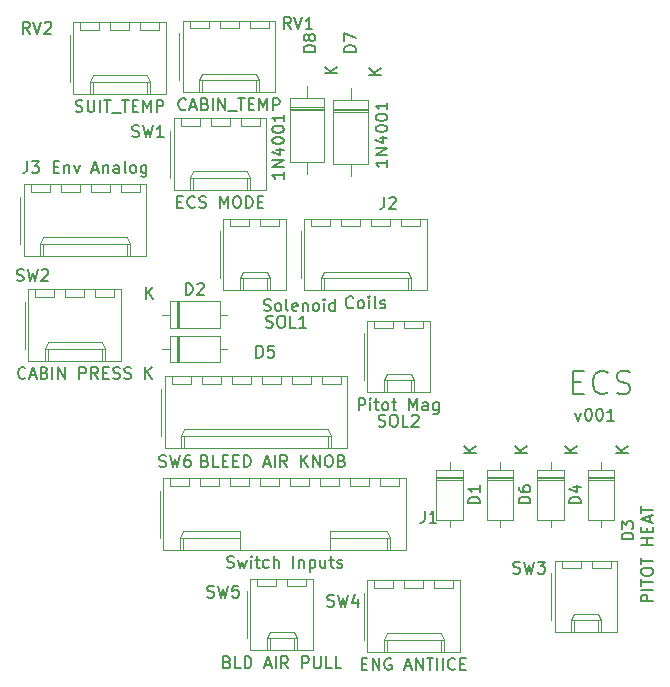
<source format=gbr>
G04 #@! TF.GenerationSoftware,KiCad,Pcbnew,(5.1.5-0-10_14)*
G04 #@! TF.CreationDate,2021-04-18T14:26:12+10:00*
G04 #@! TF.ProjectId,OH - Right Console - 2- Environmental Control System Panel,4f48202d-2052-4696-9768-7420436f6e73,rev?*
G04 #@! TF.SameCoordinates,Original*
G04 #@! TF.FileFunction,Legend,Top*
G04 #@! TF.FilePolarity,Positive*
%FSLAX46Y46*%
G04 Gerber Fmt 4.6, Leading zero omitted, Abs format (unit mm)*
G04 Created by KiCad (PCBNEW (5.1.5-0-10_14)) date 2021-04-18 14:26:12*
%MOMM*%
%LPD*%
G04 APERTURE LIST*
%ADD10C,0.150000*%
%ADD11C,0.120000*%
G04 APERTURE END LIST*
D10*
X123555333Y-129198714D02*
X123793428Y-129865380D01*
X124031523Y-129198714D01*
X124602952Y-128865380D02*
X124698190Y-128865380D01*
X124793428Y-128913000D01*
X124841047Y-128960619D01*
X124888666Y-129055857D01*
X124936285Y-129246333D01*
X124936285Y-129484428D01*
X124888666Y-129674904D01*
X124841047Y-129770142D01*
X124793428Y-129817761D01*
X124698190Y-129865380D01*
X124602952Y-129865380D01*
X124507714Y-129817761D01*
X124460095Y-129770142D01*
X124412476Y-129674904D01*
X124364857Y-129484428D01*
X124364857Y-129246333D01*
X124412476Y-129055857D01*
X124460095Y-128960619D01*
X124507714Y-128913000D01*
X124602952Y-128865380D01*
X125555333Y-128865380D02*
X125650571Y-128865380D01*
X125745809Y-128913000D01*
X125793428Y-128960619D01*
X125841047Y-129055857D01*
X125888666Y-129246333D01*
X125888666Y-129484428D01*
X125841047Y-129674904D01*
X125793428Y-129770142D01*
X125745809Y-129817761D01*
X125650571Y-129865380D01*
X125555333Y-129865380D01*
X125460095Y-129817761D01*
X125412476Y-129770142D01*
X125364857Y-129674904D01*
X125317238Y-129484428D01*
X125317238Y-129246333D01*
X125364857Y-129055857D01*
X125412476Y-128960619D01*
X125460095Y-128913000D01*
X125555333Y-128865380D01*
X126841047Y-129865380D02*
X126269619Y-129865380D01*
X126555333Y-129865380D02*
X126555333Y-128865380D01*
X126460095Y-129008238D01*
X126364857Y-129103476D01*
X126269619Y-129151095D01*
X123349047Y-126603142D02*
X124015714Y-126603142D01*
X124301428Y-127650761D02*
X123349047Y-127650761D01*
X123349047Y-125650761D01*
X124301428Y-125650761D01*
X126301428Y-127460285D02*
X126206190Y-127555523D01*
X125920476Y-127650761D01*
X125730000Y-127650761D01*
X125444285Y-127555523D01*
X125253809Y-127365047D01*
X125158571Y-127174571D01*
X125063333Y-126793619D01*
X125063333Y-126507904D01*
X125158571Y-126126952D01*
X125253809Y-125936476D01*
X125444285Y-125746000D01*
X125730000Y-125650761D01*
X125920476Y-125650761D01*
X126206190Y-125746000D01*
X126301428Y-125841238D01*
X127063333Y-127555523D02*
X127349047Y-127650761D01*
X127825238Y-127650761D01*
X128015714Y-127555523D01*
X128110952Y-127460285D01*
X128206190Y-127269809D01*
X128206190Y-127079333D01*
X128110952Y-126888857D01*
X128015714Y-126793619D01*
X127825238Y-126698380D01*
X127444285Y-126603142D01*
X127253809Y-126507904D01*
X127158571Y-126412666D01*
X127063333Y-126222190D01*
X127063333Y-126031714D01*
X127158571Y-125841238D01*
X127253809Y-125746000D01*
X127444285Y-125650761D01*
X127920476Y-125650761D01*
X128206190Y-125746000D01*
D11*
X110655000Y-122030000D02*
X110655000Y-121430000D01*
X109055000Y-122030000D02*
X110655000Y-122030000D01*
X109055000Y-121430000D02*
X109055000Y-122030000D01*
X108115000Y-122030000D02*
X108115000Y-121430000D01*
X106515000Y-122030000D02*
X108115000Y-122030000D01*
X106515000Y-121430000D02*
X106515000Y-122030000D01*
X109605000Y-127450000D02*
X109605000Y-126450000D01*
X107565000Y-127450000D02*
X107565000Y-126450000D01*
X109605000Y-125920000D02*
X109855000Y-126450000D01*
X107565000Y-125920000D02*
X109605000Y-125920000D01*
X107315000Y-126450000D02*
X107565000Y-125920000D01*
X109855000Y-126450000D02*
X109855000Y-127450000D01*
X107315000Y-126450000D02*
X109855000Y-126450000D01*
X107315000Y-127450000D02*
X107315000Y-126450000D01*
X105645000Y-122460000D02*
X105645000Y-126460000D01*
X111235000Y-121430000D02*
X105935000Y-121430000D01*
X111235000Y-127450000D02*
X111235000Y-121430000D01*
X105935000Y-127450000D02*
X111235000Y-127450000D01*
X105935000Y-121430000D02*
X105935000Y-127450000D01*
X110401000Y-113394000D02*
X110401000Y-112794000D01*
X108801000Y-113394000D02*
X110401000Y-113394000D01*
X108801000Y-112794000D02*
X108801000Y-113394000D01*
X107861000Y-113394000D02*
X107861000Y-112794000D01*
X106261000Y-113394000D02*
X107861000Y-113394000D01*
X106261000Y-112794000D02*
X106261000Y-113394000D01*
X105321000Y-113394000D02*
X105321000Y-112794000D01*
X103721000Y-113394000D02*
X105321000Y-113394000D01*
X103721000Y-112794000D02*
X103721000Y-113394000D01*
X102781000Y-113394000D02*
X102781000Y-112794000D01*
X101181000Y-113394000D02*
X102781000Y-113394000D01*
X101181000Y-112794000D02*
X101181000Y-113394000D01*
X109351000Y-118814000D02*
X109351000Y-117814000D01*
X102231000Y-118814000D02*
X102231000Y-117814000D01*
X109351000Y-117284000D02*
X109601000Y-117814000D01*
X102231000Y-117284000D02*
X109351000Y-117284000D01*
X101981000Y-117814000D02*
X102231000Y-117284000D01*
X109601000Y-117814000D02*
X109601000Y-118814000D01*
X101981000Y-117814000D02*
X109601000Y-117814000D01*
X101981000Y-118814000D02*
X101981000Y-117814000D01*
X100311000Y-113824000D02*
X100311000Y-117824000D01*
X110981000Y-112794000D02*
X100601000Y-112794000D01*
X110981000Y-118814000D02*
X110981000Y-112794000D01*
X100601000Y-118814000D02*
X110981000Y-118814000D01*
X100601000Y-112794000D02*
X100601000Y-118814000D01*
X102308000Y-103343000D02*
X99368000Y-103343000D01*
X102308000Y-103583000D02*
X99368000Y-103583000D01*
X102308000Y-103463000D02*
X99368000Y-103463000D01*
X100838000Y-109023000D02*
X100838000Y-108003000D01*
X100838000Y-101543000D02*
X100838000Y-102563000D01*
X102308000Y-108003000D02*
X102308000Y-102563000D01*
X99368000Y-108003000D02*
X102308000Y-108003000D01*
X99368000Y-102563000D02*
X99368000Y-108003000D01*
X102308000Y-102563000D02*
X99368000Y-102563000D01*
X103670000Y-126729000D02*
X103670000Y-126129000D01*
X102070000Y-126729000D02*
X103670000Y-126729000D01*
X102070000Y-126129000D02*
X102070000Y-126729000D01*
X101130000Y-126729000D02*
X101130000Y-126129000D01*
X99530000Y-126729000D02*
X101130000Y-126729000D01*
X99530000Y-126129000D02*
X99530000Y-126729000D01*
X98590000Y-126729000D02*
X98590000Y-126129000D01*
X96990000Y-126729000D02*
X98590000Y-126729000D01*
X96990000Y-126129000D02*
X96990000Y-126729000D01*
X96050000Y-126729000D02*
X96050000Y-126129000D01*
X94450000Y-126729000D02*
X96050000Y-126729000D01*
X94450000Y-126129000D02*
X94450000Y-126729000D01*
X93510000Y-126729000D02*
X93510000Y-126129000D01*
X91910000Y-126729000D02*
X93510000Y-126729000D01*
X91910000Y-126129000D02*
X91910000Y-126729000D01*
X90970000Y-126729000D02*
X90970000Y-126129000D01*
X89370000Y-126729000D02*
X90970000Y-126729000D01*
X89370000Y-126129000D02*
X89370000Y-126729000D01*
X102620000Y-132149000D02*
X102620000Y-131149000D01*
X90420000Y-132149000D02*
X90420000Y-131149000D01*
X102620000Y-130619000D02*
X102870000Y-131149000D01*
X90420000Y-130619000D02*
X102620000Y-130619000D01*
X90170000Y-131149000D02*
X90420000Y-130619000D01*
X102870000Y-131149000D02*
X102870000Y-132149000D01*
X90170000Y-131149000D02*
X102870000Y-131149000D01*
X90170000Y-132149000D02*
X90170000Y-131149000D01*
X88500000Y-127159000D02*
X88500000Y-131159000D01*
X104250000Y-126129000D02*
X88790000Y-126129000D01*
X104250000Y-132149000D02*
X104250000Y-126129000D01*
X88790000Y-132149000D02*
X104250000Y-132149000D01*
X88790000Y-126129000D02*
X88790000Y-132149000D01*
X89793000Y-122705000D02*
X89793000Y-124945000D01*
X90033000Y-122705000D02*
X90033000Y-124945000D01*
X89913000Y-122705000D02*
X89913000Y-124945000D01*
X94083000Y-123825000D02*
X93433000Y-123825000D01*
X88543000Y-123825000D02*
X89193000Y-123825000D01*
X93433000Y-122705000D02*
X89193000Y-122705000D01*
X93433000Y-124945000D02*
X93433000Y-122705000D01*
X89193000Y-124945000D02*
X93433000Y-124945000D01*
X89193000Y-122705000D02*
X89193000Y-124945000D01*
X100749000Y-143874000D02*
X100749000Y-143274000D01*
X99149000Y-143874000D02*
X100749000Y-143874000D01*
X99149000Y-143274000D02*
X99149000Y-143874000D01*
X98209000Y-143874000D02*
X98209000Y-143274000D01*
X96609000Y-143874000D02*
X98209000Y-143874000D01*
X96609000Y-143274000D02*
X96609000Y-143874000D01*
X99699000Y-149294000D02*
X99699000Y-148294000D01*
X97659000Y-149294000D02*
X97659000Y-148294000D01*
X99699000Y-147764000D02*
X99949000Y-148294000D01*
X97659000Y-147764000D02*
X99699000Y-147764000D01*
X97409000Y-148294000D02*
X97659000Y-147764000D01*
X99949000Y-148294000D02*
X99949000Y-149294000D01*
X97409000Y-148294000D02*
X99949000Y-148294000D01*
X97409000Y-149294000D02*
X97409000Y-148294000D01*
X95739000Y-144304000D02*
X95739000Y-148304000D01*
X101329000Y-143274000D02*
X96029000Y-143274000D01*
X101329000Y-149294000D02*
X101329000Y-143274000D01*
X96029000Y-149294000D02*
X101329000Y-149294000D01*
X96029000Y-143274000D02*
X96029000Y-149294000D01*
X113195000Y-144001000D02*
X113195000Y-143401000D01*
X111595000Y-144001000D02*
X113195000Y-144001000D01*
X111595000Y-143401000D02*
X111595000Y-144001000D01*
X110655000Y-144001000D02*
X110655000Y-143401000D01*
X109055000Y-144001000D02*
X110655000Y-144001000D01*
X109055000Y-143401000D02*
X109055000Y-144001000D01*
X108115000Y-144001000D02*
X108115000Y-143401000D01*
X106515000Y-144001000D02*
X108115000Y-144001000D01*
X106515000Y-143401000D02*
X106515000Y-144001000D01*
X112145000Y-149421000D02*
X112145000Y-148421000D01*
X107565000Y-149421000D02*
X107565000Y-148421000D01*
X112145000Y-147891000D02*
X112395000Y-148421000D01*
X107565000Y-147891000D02*
X112145000Y-147891000D01*
X107315000Y-148421000D02*
X107565000Y-147891000D01*
X112395000Y-148421000D02*
X112395000Y-149421000D01*
X107315000Y-148421000D02*
X112395000Y-148421000D01*
X107315000Y-149421000D02*
X107315000Y-148421000D01*
X105645000Y-144431000D02*
X105645000Y-148431000D01*
X113775000Y-143401000D02*
X105935000Y-143401000D01*
X113775000Y-149421000D02*
X113775000Y-143401000D01*
X105935000Y-149421000D02*
X113775000Y-149421000D01*
X105935000Y-143401000D02*
X105935000Y-149421000D01*
X126530000Y-142350000D02*
X126530000Y-141750000D01*
X124930000Y-142350000D02*
X126530000Y-142350000D01*
X124930000Y-141750000D02*
X124930000Y-142350000D01*
X123990000Y-142350000D02*
X123990000Y-141750000D01*
X122390000Y-142350000D02*
X123990000Y-142350000D01*
X122390000Y-141750000D02*
X122390000Y-142350000D01*
X125480000Y-147770000D02*
X125480000Y-146770000D01*
X123440000Y-147770000D02*
X123440000Y-146770000D01*
X125480000Y-146240000D02*
X125730000Y-146770000D01*
X123440000Y-146240000D02*
X125480000Y-146240000D01*
X123190000Y-146770000D02*
X123440000Y-146240000D01*
X125730000Y-146770000D02*
X125730000Y-147770000D01*
X123190000Y-146770000D02*
X125730000Y-146770000D01*
X123190000Y-147770000D02*
X123190000Y-146770000D01*
X121520000Y-142780000D02*
X121520000Y-146780000D01*
X127110000Y-141750000D02*
X121810000Y-141750000D01*
X127110000Y-147770000D02*
X127110000Y-141750000D01*
X121810000Y-147770000D02*
X127110000Y-147770000D01*
X121810000Y-141750000D02*
X121810000Y-147770000D01*
X84493000Y-119363000D02*
X84493000Y-118763000D01*
X82893000Y-119363000D02*
X84493000Y-119363000D01*
X82893000Y-118763000D02*
X82893000Y-119363000D01*
X81953000Y-119363000D02*
X81953000Y-118763000D01*
X80353000Y-119363000D02*
X81953000Y-119363000D01*
X80353000Y-118763000D02*
X80353000Y-119363000D01*
X79413000Y-119363000D02*
X79413000Y-118763000D01*
X77813000Y-119363000D02*
X79413000Y-119363000D01*
X77813000Y-118763000D02*
X77813000Y-119363000D01*
X83443000Y-124783000D02*
X83443000Y-123783000D01*
X78863000Y-124783000D02*
X78863000Y-123783000D01*
X83443000Y-123253000D02*
X83693000Y-123783000D01*
X78863000Y-123253000D02*
X83443000Y-123253000D01*
X78613000Y-123783000D02*
X78863000Y-123253000D01*
X83693000Y-123783000D02*
X83693000Y-124783000D01*
X78613000Y-123783000D02*
X83693000Y-123783000D01*
X78613000Y-124783000D02*
X78613000Y-123783000D01*
X76943000Y-119793000D02*
X76943000Y-123793000D01*
X85073000Y-118763000D02*
X77233000Y-118763000D01*
X85073000Y-124783000D02*
X85073000Y-118763000D01*
X77233000Y-124783000D02*
X85073000Y-124783000D01*
X77233000Y-118763000D02*
X77233000Y-124783000D01*
X96812000Y-104885000D02*
X96812000Y-104285000D01*
X95212000Y-104885000D02*
X96812000Y-104885000D01*
X95212000Y-104285000D02*
X95212000Y-104885000D01*
X94272000Y-104885000D02*
X94272000Y-104285000D01*
X92672000Y-104885000D02*
X94272000Y-104885000D01*
X92672000Y-104285000D02*
X92672000Y-104885000D01*
X91732000Y-104885000D02*
X91732000Y-104285000D01*
X90132000Y-104885000D02*
X91732000Y-104885000D01*
X90132000Y-104285000D02*
X90132000Y-104885000D01*
X95762000Y-110305000D02*
X95762000Y-109305000D01*
X91182000Y-110305000D02*
X91182000Y-109305000D01*
X95762000Y-108775000D02*
X96012000Y-109305000D01*
X91182000Y-108775000D02*
X95762000Y-108775000D01*
X90932000Y-109305000D02*
X91182000Y-108775000D01*
X96012000Y-109305000D02*
X96012000Y-110305000D01*
X90932000Y-109305000D02*
X96012000Y-109305000D01*
X90932000Y-110305000D02*
X90932000Y-109305000D01*
X89262000Y-105315000D02*
X89262000Y-109315000D01*
X97392000Y-104285000D02*
X89552000Y-104285000D01*
X97392000Y-110305000D02*
X97392000Y-104285000D01*
X89552000Y-110305000D02*
X97392000Y-110305000D01*
X89552000Y-104285000D02*
X89552000Y-110305000D01*
X98463000Y-113394000D02*
X98463000Y-112794000D01*
X96863000Y-113394000D02*
X98463000Y-113394000D01*
X96863000Y-112794000D02*
X96863000Y-113394000D01*
X95923000Y-113394000D02*
X95923000Y-112794000D01*
X94323000Y-113394000D02*
X95923000Y-113394000D01*
X94323000Y-112794000D02*
X94323000Y-113394000D01*
X97413000Y-118814000D02*
X97413000Y-117814000D01*
X95373000Y-118814000D02*
X95373000Y-117814000D01*
X97413000Y-117284000D02*
X97663000Y-117814000D01*
X95373000Y-117284000D02*
X97413000Y-117284000D01*
X95123000Y-117814000D02*
X95373000Y-117284000D01*
X97663000Y-117814000D02*
X97663000Y-118814000D01*
X95123000Y-117814000D02*
X97663000Y-117814000D01*
X95123000Y-118814000D02*
X95123000Y-117814000D01*
X93453000Y-113824000D02*
X93453000Y-117824000D01*
X99043000Y-112794000D02*
X93743000Y-112794000D01*
X99043000Y-118814000D02*
X99043000Y-112794000D01*
X93743000Y-118814000D02*
X99043000Y-118814000D01*
X93743000Y-112794000D02*
X93743000Y-118814000D01*
X88303000Y-96757000D02*
X88303000Y-96157000D01*
X86703000Y-96757000D02*
X88303000Y-96757000D01*
X86703000Y-96157000D02*
X86703000Y-96757000D01*
X85763000Y-96757000D02*
X85763000Y-96157000D01*
X84163000Y-96757000D02*
X85763000Y-96757000D01*
X84163000Y-96157000D02*
X84163000Y-96757000D01*
X83223000Y-96757000D02*
X83223000Y-96157000D01*
X81623000Y-96757000D02*
X83223000Y-96757000D01*
X81623000Y-96157000D02*
X81623000Y-96757000D01*
X87253000Y-102177000D02*
X87253000Y-101177000D01*
X82673000Y-102177000D02*
X82673000Y-101177000D01*
X87253000Y-100647000D02*
X87503000Y-101177000D01*
X82673000Y-100647000D02*
X87253000Y-100647000D01*
X82423000Y-101177000D02*
X82673000Y-100647000D01*
X87503000Y-101177000D02*
X87503000Y-102177000D01*
X82423000Y-101177000D02*
X87503000Y-101177000D01*
X82423000Y-102177000D02*
X82423000Y-101177000D01*
X80753000Y-97187000D02*
X80753000Y-101187000D01*
X88883000Y-96157000D02*
X81043000Y-96157000D01*
X88883000Y-102177000D02*
X88883000Y-96157000D01*
X81043000Y-102177000D02*
X88883000Y-102177000D01*
X81043000Y-96157000D02*
X81043000Y-102177000D01*
X97574000Y-96630000D02*
X97574000Y-96030000D01*
X95974000Y-96630000D02*
X97574000Y-96630000D01*
X95974000Y-96030000D02*
X95974000Y-96630000D01*
X95034000Y-96630000D02*
X95034000Y-96030000D01*
X93434000Y-96630000D02*
X95034000Y-96630000D01*
X93434000Y-96030000D02*
X93434000Y-96630000D01*
X92494000Y-96630000D02*
X92494000Y-96030000D01*
X90894000Y-96630000D02*
X92494000Y-96630000D01*
X90894000Y-96030000D02*
X90894000Y-96630000D01*
X96524000Y-102050000D02*
X96524000Y-101050000D01*
X91944000Y-102050000D02*
X91944000Y-101050000D01*
X96524000Y-100520000D02*
X96774000Y-101050000D01*
X91944000Y-100520000D02*
X96524000Y-100520000D01*
X91694000Y-101050000D02*
X91944000Y-100520000D01*
X96774000Y-101050000D02*
X96774000Y-102050000D01*
X91694000Y-101050000D02*
X96774000Y-101050000D01*
X91694000Y-102050000D02*
X91694000Y-101050000D01*
X90024000Y-97060000D02*
X90024000Y-101060000D01*
X98154000Y-96030000D02*
X90314000Y-96030000D01*
X98154000Y-102050000D02*
X98154000Y-96030000D01*
X90314000Y-102050000D02*
X98154000Y-102050000D01*
X90314000Y-96030000D02*
X90314000Y-102050000D01*
X86652000Y-110473000D02*
X86652000Y-109873000D01*
X85052000Y-110473000D02*
X86652000Y-110473000D01*
X85052000Y-109873000D02*
X85052000Y-110473000D01*
X84112000Y-110473000D02*
X84112000Y-109873000D01*
X82512000Y-110473000D02*
X84112000Y-110473000D01*
X82512000Y-109873000D02*
X82512000Y-110473000D01*
X81572000Y-110473000D02*
X81572000Y-109873000D01*
X79972000Y-110473000D02*
X81572000Y-110473000D01*
X79972000Y-109873000D02*
X79972000Y-110473000D01*
X79032000Y-110473000D02*
X79032000Y-109873000D01*
X77432000Y-110473000D02*
X79032000Y-110473000D01*
X77432000Y-109873000D02*
X77432000Y-110473000D01*
X85602000Y-115893000D02*
X85602000Y-114893000D01*
X78482000Y-115893000D02*
X78482000Y-114893000D01*
X85602000Y-114363000D02*
X85852000Y-114893000D01*
X78482000Y-114363000D02*
X85602000Y-114363000D01*
X78232000Y-114893000D02*
X78482000Y-114363000D01*
X85852000Y-114893000D02*
X85852000Y-115893000D01*
X78232000Y-114893000D02*
X85852000Y-114893000D01*
X78232000Y-115893000D02*
X78232000Y-114893000D01*
X76562000Y-110903000D02*
X76562000Y-114903000D01*
X87232000Y-109873000D02*
X76852000Y-109873000D01*
X87232000Y-115893000D02*
X87232000Y-109873000D01*
X76852000Y-115893000D02*
X87232000Y-115893000D01*
X76852000Y-109873000D02*
X76852000Y-115893000D01*
X108623000Y-135365000D02*
X108623000Y-134765000D01*
X107023000Y-135365000D02*
X108623000Y-135365000D01*
X107023000Y-134765000D02*
X107023000Y-135365000D01*
X106083000Y-135365000D02*
X106083000Y-134765000D01*
X104483000Y-135365000D02*
X106083000Y-135365000D01*
X104483000Y-134765000D02*
X104483000Y-135365000D01*
X103543000Y-135365000D02*
X103543000Y-134765000D01*
X101943000Y-135365000D02*
X103543000Y-135365000D01*
X101943000Y-134765000D02*
X101943000Y-135365000D01*
X101003000Y-135365000D02*
X101003000Y-134765000D01*
X99403000Y-135365000D02*
X101003000Y-135365000D01*
X99403000Y-134765000D02*
X99403000Y-135365000D01*
X98463000Y-135365000D02*
X98463000Y-134765000D01*
X96863000Y-135365000D02*
X98463000Y-135365000D01*
X96863000Y-134765000D02*
X96863000Y-135365000D01*
X95923000Y-135365000D02*
X95923000Y-134765000D01*
X94323000Y-135365000D02*
X95923000Y-135365000D01*
X94323000Y-134765000D02*
X94323000Y-135365000D01*
X93383000Y-135365000D02*
X93383000Y-134765000D01*
X91783000Y-135365000D02*
X93383000Y-135365000D01*
X91783000Y-134765000D02*
X91783000Y-135365000D01*
X90843000Y-135365000D02*
X90843000Y-134765000D01*
X89243000Y-135365000D02*
X90843000Y-135365000D01*
X89243000Y-134765000D02*
X89243000Y-135365000D01*
X107573000Y-140785000D02*
X107573000Y-139785000D01*
X102743000Y-139255000D02*
X102743000Y-139785000D01*
X107573000Y-139255000D02*
X102743000Y-139255000D01*
X107823000Y-139785000D02*
X107573000Y-139255000D01*
X102743000Y-139785000D02*
X102743000Y-140785000D01*
X107823000Y-139785000D02*
X102743000Y-139785000D01*
X107823000Y-140785000D02*
X107823000Y-139785000D01*
X90293000Y-140785000D02*
X90293000Y-139785000D01*
X95123000Y-139255000D02*
X95123000Y-139785000D01*
X90293000Y-139255000D02*
X95123000Y-139255000D01*
X90043000Y-139785000D02*
X90293000Y-139255000D01*
X95123000Y-139785000D02*
X95123000Y-140785000D01*
X90043000Y-139785000D02*
X95123000Y-139785000D01*
X90043000Y-140785000D02*
X90043000Y-139785000D01*
X88373000Y-135795000D02*
X88373000Y-139795000D01*
X109203000Y-134765000D02*
X88663000Y-134765000D01*
X109203000Y-140785000D02*
X109203000Y-134765000D01*
X88663000Y-140785000D02*
X109203000Y-140785000D01*
X88663000Y-134765000D02*
X88663000Y-140785000D01*
X105991000Y-103470000D02*
X103051000Y-103470000D01*
X105991000Y-103710000D02*
X103051000Y-103710000D01*
X105991000Y-103590000D02*
X103051000Y-103590000D01*
X104521000Y-109150000D02*
X104521000Y-108130000D01*
X104521000Y-101670000D02*
X104521000Y-102690000D01*
X105991000Y-108130000D02*
X105991000Y-102690000D01*
X103051000Y-108130000D02*
X105991000Y-108130000D01*
X103051000Y-102690000D02*
X103051000Y-108130000D01*
X105991000Y-102690000D02*
X103051000Y-102690000D01*
X118299000Y-134624000D02*
X116059000Y-134624000D01*
X118299000Y-134864000D02*
X116059000Y-134864000D01*
X118299000Y-134744000D02*
X116059000Y-134744000D01*
X117179000Y-138914000D02*
X117179000Y-138264000D01*
X117179000Y-133374000D02*
X117179000Y-134024000D01*
X118299000Y-138264000D02*
X118299000Y-134024000D01*
X116059000Y-138264000D02*
X118299000Y-138264000D01*
X116059000Y-134024000D02*
X116059000Y-138264000D01*
X118299000Y-134024000D02*
X116059000Y-134024000D01*
X122574000Y-134624000D02*
X120334000Y-134624000D01*
X122574000Y-134864000D02*
X120334000Y-134864000D01*
X122574000Y-134744000D02*
X120334000Y-134744000D01*
X121454000Y-138914000D02*
X121454000Y-138264000D01*
X121454000Y-133374000D02*
X121454000Y-134024000D01*
X122574000Y-138264000D02*
X122574000Y-134024000D01*
X120334000Y-138264000D02*
X122574000Y-138264000D01*
X120334000Y-134024000D02*
X120334000Y-138264000D01*
X122574000Y-134024000D02*
X120334000Y-134024000D01*
X126850000Y-134624000D02*
X124610000Y-134624000D01*
X126850000Y-134864000D02*
X124610000Y-134864000D01*
X126850000Y-134744000D02*
X124610000Y-134744000D01*
X125730000Y-138914000D02*
X125730000Y-138264000D01*
X125730000Y-133374000D02*
X125730000Y-134024000D01*
X126850000Y-138264000D02*
X126850000Y-134024000D01*
X124610000Y-138264000D02*
X126850000Y-138264000D01*
X124610000Y-134024000D02*
X124610000Y-138264000D01*
X126850000Y-134024000D02*
X124610000Y-134024000D01*
X89793000Y-119784000D02*
X89793000Y-122024000D01*
X90033000Y-119784000D02*
X90033000Y-122024000D01*
X89913000Y-119784000D02*
X89913000Y-122024000D01*
X94083000Y-120904000D02*
X93433000Y-120904000D01*
X88543000Y-120904000D02*
X89193000Y-120904000D01*
X93433000Y-119784000D02*
X89193000Y-119784000D01*
X93433000Y-122024000D02*
X93433000Y-119784000D01*
X89193000Y-122024000D02*
X93433000Y-122024000D01*
X89193000Y-119784000D02*
X89193000Y-122024000D01*
X114023000Y-134624000D02*
X111783000Y-134624000D01*
X114023000Y-134864000D02*
X111783000Y-134864000D01*
X114023000Y-134744000D02*
X111783000Y-134744000D01*
X112903000Y-138914000D02*
X112903000Y-138264000D01*
X112903000Y-133374000D02*
X112903000Y-134024000D01*
X114023000Y-138264000D02*
X114023000Y-134024000D01*
X111783000Y-138264000D02*
X114023000Y-138264000D01*
X111783000Y-134024000D02*
X111783000Y-138264000D01*
X114023000Y-134024000D02*
X111783000Y-134024000D01*
D10*
X106894523Y-130325761D02*
X107037380Y-130373380D01*
X107275476Y-130373380D01*
X107370714Y-130325761D01*
X107418333Y-130278142D01*
X107465952Y-130182904D01*
X107465952Y-130087666D01*
X107418333Y-129992428D01*
X107370714Y-129944809D01*
X107275476Y-129897190D01*
X107085000Y-129849571D01*
X106989761Y-129801952D01*
X106942142Y-129754333D01*
X106894523Y-129659095D01*
X106894523Y-129563857D01*
X106942142Y-129468619D01*
X106989761Y-129421000D01*
X107085000Y-129373380D01*
X107323095Y-129373380D01*
X107465952Y-129421000D01*
X108085000Y-129373380D02*
X108275476Y-129373380D01*
X108370714Y-129421000D01*
X108465952Y-129516238D01*
X108513571Y-129706714D01*
X108513571Y-130040047D01*
X108465952Y-130230523D01*
X108370714Y-130325761D01*
X108275476Y-130373380D01*
X108085000Y-130373380D01*
X107989761Y-130325761D01*
X107894523Y-130230523D01*
X107846904Y-130040047D01*
X107846904Y-129706714D01*
X107894523Y-129516238D01*
X107989761Y-129421000D01*
X108085000Y-129373380D01*
X109418333Y-130373380D02*
X108942142Y-130373380D01*
X108942142Y-129373380D01*
X109704047Y-129468619D02*
X109751666Y-129421000D01*
X109846904Y-129373380D01*
X110085000Y-129373380D01*
X110180238Y-129421000D01*
X110227857Y-129468619D01*
X110275476Y-129563857D01*
X110275476Y-129659095D01*
X110227857Y-129801952D01*
X109656428Y-130373380D01*
X110275476Y-130373380D01*
X105204047Y-128992380D02*
X105204047Y-127992380D01*
X105585000Y-127992380D01*
X105680238Y-128040000D01*
X105727857Y-128087619D01*
X105775476Y-128182857D01*
X105775476Y-128325714D01*
X105727857Y-128420952D01*
X105680238Y-128468571D01*
X105585000Y-128516190D01*
X105204047Y-128516190D01*
X106204047Y-128992380D02*
X106204047Y-128325714D01*
X106204047Y-127992380D02*
X106156428Y-128040000D01*
X106204047Y-128087619D01*
X106251666Y-128040000D01*
X106204047Y-127992380D01*
X106204047Y-128087619D01*
X106537380Y-128325714D02*
X106918333Y-128325714D01*
X106680238Y-127992380D02*
X106680238Y-128849523D01*
X106727857Y-128944761D01*
X106823095Y-128992380D01*
X106918333Y-128992380D01*
X107394523Y-128992380D02*
X107299285Y-128944761D01*
X107251666Y-128897142D01*
X107204047Y-128801904D01*
X107204047Y-128516190D01*
X107251666Y-128420952D01*
X107299285Y-128373333D01*
X107394523Y-128325714D01*
X107537380Y-128325714D01*
X107632619Y-128373333D01*
X107680238Y-128420952D01*
X107727857Y-128516190D01*
X107727857Y-128801904D01*
X107680238Y-128897142D01*
X107632619Y-128944761D01*
X107537380Y-128992380D01*
X107394523Y-128992380D01*
X108013571Y-128325714D02*
X108394523Y-128325714D01*
X108156428Y-127992380D02*
X108156428Y-128849523D01*
X108204047Y-128944761D01*
X108299285Y-128992380D01*
X108394523Y-128992380D01*
X109489761Y-128992380D02*
X109489761Y-127992380D01*
X109823095Y-128706666D01*
X110156428Y-127992380D01*
X110156428Y-128992380D01*
X111061190Y-128992380D02*
X111061190Y-128468571D01*
X111013571Y-128373333D01*
X110918333Y-128325714D01*
X110727857Y-128325714D01*
X110632619Y-128373333D01*
X111061190Y-128944761D02*
X110965952Y-128992380D01*
X110727857Y-128992380D01*
X110632619Y-128944761D01*
X110585000Y-128849523D01*
X110585000Y-128754285D01*
X110632619Y-128659047D01*
X110727857Y-128611428D01*
X110965952Y-128611428D01*
X111061190Y-128563809D01*
X111965952Y-128325714D02*
X111965952Y-129135238D01*
X111918333Y-129230476D01*
X111870714Y-129278095D01*
X111775476Y-129325714D01*
X111632619Y-129325714D01*
X111537380Y-129278095D01*
X111965952Y-128944761D02*
X111870714Y-128992380D01*
X111680238Y-128992380D01*
X111585000Y-128944761D01*
X111537380Y-128897142D01*
X111489761Y-128801904D01*
X111489761Y-128516190D01*
X111537380Y-128420952D01*
X111585000Y-128373333D01*
X111680238Y-128325714D01*
X111870714Y-128325714D01*
X111965952Y-128373333D01*
X107362666Y-110958380D02*
X107362666Y-111672666D01*
X107315047Y-111815523D01*
X107219809Y-111910761D01*
X107076952Y-111958380D01*
X106981714Y-111958380D01*
X107791238Y-111053619D02*
X107838857Y-111006000D01*
X107934095Y-110958380D01*
X108172190Y-110958380D01*
X108267428Y-111006000D01*
X108315047Y-111053619D01*
X108362666Y-111148857D01*
X108362666Y-111244095D01*
X108315047Y-111386952D01*
X107743619Y-111958380D01*
X108362666Y-111958380D01*
X104743380Y-120261142D02*
X104695761Y-120308761D01*
X104552904Y-120356380D01*
X104457666Y-120356380D01*
X104314809Y-120308761D01*
X104219571Y-120213523D01*
X104171952Y-120118285D01*
X104124333Y-119927809D01*
X104124333Y-119784952D01*
X104171952Y-119594476D01*
X104219571Y-119499238D01*
X104314809Y-119404000D01*
X104457666Y-119356380D01*
X104552904Y-119356380D01*
X104695761Y-119404000D01*
X104743380Y-119451619D01*
X105314809Y-120356380D02*
X105219571Y-120308761D01*
X105171952Y-120261142D01*
X105124333Y-120165904D01*
X105124333Y-119880190D01*
X105171952Y-119784952D01*
X105219571Y-119737333D01*
X105314809Y-119689714D01*
X105457666Y-119689714D01*
X105552904Y-119737333D01*
X105600523Y-119784952D01*
X105648142Y-119880190D01*
X105648142Y-120165904D01*
X105600523Y-120261142D01*
X105552904Y-120308761D01*
X105457666Y-120356380D01*
X105314809Y-120356380D01*
X106076714Y-120356380D02*
X106076714Y-119689714D01*
X106076714Y-119356380D02*
X106029095Y-119404000D01*
X106076714Y-119451619D01*
X106124333Y-119404000D01*
X106076714Y-119356380D01*
X106076714Y-119451619D01*
X106695761Y-120356380D02*
X106600523Y-120308761D01*
X106552904Y-120213523D01*
X106552904Y-119356380D01*
X107029095Y-120308761D02*
X107124333Y-120356380D01*
X107314809Y-120356380D01*
X107410047Y-120308761D01*
X107457666Y-120213523D01*
X107457666Y-120165904D01*
X107410047Y-120070666D01*
X107314809Y-120023047D01*
X107171952Y-120023047D01*
X107076714Y-119975428D01*
X107029095Y-119880190D01*
X107029095Y-119832571D01*
X107076714Y-119737333D01*
X107171952Y-119689714D01*
X107314809Y-119689714D01*
X107410047Y-119737333D01*
X101544380Y-98655095D02*
X100544380Y-98655095D01*
X100544380Y-98417000D01*
X100592000Y-98274142D01*
X100687238Y-98178904D01*
X100782476Y-98131285D01*
X100972952Y-98083666D01*
X101115809Y-98083666D01*
X101306285Y-98131285D01*
X101401523Y-98178904D01*
X101496761Y-98274142D01*
X101544380Y-98417000D01*
X101544380Y-98655095D01*
X100972952Y-97512238D02*
X100925333Y-97607476D01*
X100877714Y-97655095D01*
X100782476Y-97702714D01*
X100734857Y-97702714D01*
X100639619Y-97655095D01*
X100592000Y-97607476D01*
X100544380Y-97512238D01*
X100544380Y-97321761D01*
X100592000Y-97226523D01*
X100639619Y-97178904D01*
X100734857Y-97131285D01*
X100782476Y-97131285D01*
X100877714Y-97178904D01*
X100925333Y-97226523D01*
X100972952Y-97321761D01*
X100972952Y-97512238D01*
X101020571Y-97607476D01*
X101068190Y-97655095D01*
X101163428Y-97702714D01*
X101353904Y-97702714D01*
X101449142Y-97655095D01*
X101496761Y-97607476D01*
X101544380Y-97512238D01*
X101544380Y-97321761D01*
X101496761Y-97226523D01*
X101449142Y-97178904D01*
X101353904Y-97131285D01*
X101163428Y-97131285D01*
X101068190Y-97178904D01*
X101020571Y-97226523D01*
X100972952Y-97321761D01*
X98877380Y-108822857D02*
X98877380Y-109394285D01*
X98877380Y-109108571D02*
X97877380Y-109108571D01*
X98020238Y-109203809D01*
X98115476Y-109299047D01*
X98163095Y-109394285D01*
X98877380Y-108394285D02*
X97877380Y-108394285D01*
X98877380Y-107822857D01*
X97877380Y-107822857D01*
X98210714Y-106918095D02*
X98877380Y-106918095D01*
X97829761Y-107156190D02*
X98544047Y-107394285D01*
X98544047Y-106775238D01*
X97877380Y-106203809D02*
X97877380Y-106108571D01*
X97925000Y-106013333D01*
X97972619Y-105965714D01*
X98067857Y-105918095D01*
X98258333Y-105870476D01*
X98496428Y-105870476D01*
X98686904Y-105918095D01*
X98782142Y-105965714D01*
X98829761Y-106013333D01*
X98877380Y-106108571D01*
X98877380Y-106203809D01*
X98829761Y-106299047D01*
X98782142Y-106346666D01*
X98686904Y-106394285D01*
X98496428Y-106441904D01*
X98258333Y-106441904D01*
X98067857Y-106394285D01*
X97972619Y-106346666D01*
X97925000Y-106299047D01*
X97877380Y-106203809D01*
X97877380Y-105251428D02*
X97877380Y-105156190D01*
X97925000Y-105060952D01*
X97972619Y-105013333D01*
X98067857Y-104965714D01*
X98258333Y-104918095D01*
X98496428Y-104918095D01*
X98686904Y-104965714D01*
X98782142Y-105013333D01*
X98829761Y-105060952D01*
X98877380Y-105156190D01*
X98877380Y-105251428D01*
X98829761Y-105346666D01*
X98782142Y-105394285D01*
X98686904Y-105441904D01*
X98496428Y-105489523D01*
X98258333Y-105489523D01*
X98067857Y-105441904D01*
X97972619Y-105394285D01*
X97925000Y-105346666D01*
X97877380Y-105251428D01*
X98877380Y-103965714D02*
X98877380Y-104537142D01*
X98877380Y-104251428D02*
X97877380Y-104251428D01*
X98020238Y-104346666D01*
X98115476Y-104441904D01*
X98163095Y-104537142D01*
X103390380Y-100464904D02*
X102390380Y-100464904D01*
X103390380Y-99893476D02*
X102818952Y-100322047D01*
X102390380Y-99893476D02*
X102961809Y-100464904D01*
X88328666Y-133754761D02*
X88471523Y-133802380D01*
X88709619Y-133802380D01*
X88804857Y-133754761D01*
X88852476Y-133707142D01*
X88900095Y-133611904D01*
X88900095Y-133516666D01*
X88852476Y-133421428D01*
X88804857Y-133373809D01*
X88709619Y-133326190D01*
X88519142Y-133278571D01*
X88423904Y-133230952D01*
X88376285Y-133183333D01*
X88328666Y-133088095D01*
X88328666Y-132992857D01*
X88376285Y-132897619D01*
X88423904Y-132850000D01*
X88519142Y-132802380D01*
X88757238Y-132802380D01*
X88900095Y-132850000D01*
X89233428Y-132802380D02*
X89471523Y-133802380D01*
X89662000Y-133088095D01*
X89852476Y-133802380D01*
X90090571Y-132802380D01*
X90900095Y-132802380D02*
X90709619Y-132802380D01*
X90614380Y-132850000D01*
X90566761Y-132897619D01*
X90471523Y-133040476D01*
X90423904Y-133230952D01*
X90423904Y-133611904D01*
X90471523Y-133707142D01*
X90519142Y-133754761D01*
X90614380Y-133802380D01*
X90804857Y-133802380D01*
X90900095Y-133754761D01*
X90947714Y-133707142D01*
X90995333Y-133611904D01*
X90995333Y-133373809D01*
X90947714Y-133278571D01*
X90900095Y-133230952D01*
X90804857Y-133183333D01*
X90614380Y-133183333D01*
X90519142Y-133230952D01*
X90471523Y-133278571D01*
X90423904Y-133373809D01*
X92202714Y-133278571D02*
X92345571Y-133326190D01*
X92393190Y-133373809D01*
X92440809Y-133469047D01*
X92440809Y-133611904D01*
X92393190Y-133707142D01*
X92345571Y-133754761D01*
X92250333Y-133802380D01*
X91869380Y-133802380D01*
X91869380Y-132802380D01*
X92202714Y-132802380D01*
X92297952Y-132850000D01*
X92345571Y-132897619D01*
X92393190Y-132992857D01*
X92393190Y-133088095D01*
X92345571Y-133183333D01*
X92297952Y-133230952D01*
X92202714Y-133278571D01*
X91869380Y-133278571D01*
X93345571Y-133802380D02*
X92869380Y-133802380D01*
X92869380Y-132802380D01*
X93678904Y-133278571D02*
X94012238Y-133278571D01*
X94155095Y-133802380D02*
X93678904Y-133802380D01*
X93678904Y-132802380D01*
X94155095Y-132802380D01*
X94583666Y-133278571D02*
X94917000Y-133278571D01*
X95059857Y-133802380D02*
X94583666Y-133802380D01*
X94583666Y-132802380D01*
X95059857Y-132802380D01*
X95488428Y-133802380D02*
X95488428Y-132802380D01*
X95726523Y-132802380D01*
X95869380Y-132850000D01*
X95964619Y-132945238D01*
X96012238Y-133040476D01*
X96059857Y-133230952D01*
X96059857Y-133373809D01*
X96012238Y-133564285D01*
X95964619Y-133659523D01*
X95869380Y-133754761D01*
X95726523Y-133802380D01*
X95488428Y-133802380D01*
X97202714Y-133516666D02*
X97678904Y-133516666D01*
X97107476Y-133802380D02*
X97440809Y-132802380D01*
X97774142Y-133802380D01*
X98107476Y-133802380D02*
X98107476Y-132802380D01*
X99155095Y-133802380D02*
X98821761Y-133326190D01*
X98583666Y-133802380D02*
X98583666Y-132802380D01*
X98964619Y-132802380D01*
X99059857Y-132850000D01*
X99107476Y-132897619D01*
X99155095Y-132992857D01*
X99155095Y-133135714D01*
X99107476Y-133230952D01*
X99059857Y-133278571D01*
X98964619Y-133326190D01*
X98583666Y-133326190D01*
X100345571Y-133802380D02*
X100345571Y-132802380D01*
X100917000Y-133802380D02*
X100488428Y-133230952D01*
X100917000Y-132802380D02*
X100345571Y-133373809D01*
X101345571Y-133802380D02*
X101345571Y-132802380D01*
X101917000Y-133802380D01*
X101917000Y-132802380D01*
X102583666Y-132802380D02*
X102774142Y-132802380D01*
X102869380Y-132850000D01*
X102964619Y-132945238D01*
X103012238Y-133135714D01*
X103012238Y-133469047D01*
X102964619Y-133659523D01*
X102869380Y-133754761D01*
X102774142Y-133802380D01*
X102583666Y-133802380D01*
X102488428Y-133754761D01*
X102393190Y-133659523D01*
X102345571Y-133469047D01*
X102345571Y-133135714D01*
X102393190Y-132945238D01*
X102488428Y-132850000D01*
X102583666Y-132802380D01*
X103774142Y-133278571D02*
X103917000Y-133326190D01*
X103964619Y-133373809D01*
X104012238Y-133469047D01*
X104012238Y-133611904D01*
X103964619Y-133707142D01*
X103917000Y-133754761D01*
X103821761Y-133802380D01*
X103440809Y-133802380D01*
X103440809Y-132802380D01*
X103774142Y-132802380D01*
X103869380Y-132850000D01*
X103917000Y-132897619D01*
X103964619Y-132992857D01*
X103964619Y-133088095D01*
X103917000Y-133183333D01*
X103869380Y-133230952D01*
X103774142Y-133278571D01*
X103440809Y-133278571D01*
X96543904Y-124531380D02*
X96543904Y-123531380D01*
X96782000Y-123531380D01*
X96924857Y-123579000D01*
X97020095Y-123674238D01*
X97067714Y-123769476D01*
X97115333Y-123959952D01*
X97115333Y-124102809D01*
X97067714Y-124293285D01*
X97020095Y-124388523D01*
X96924857Y-124483761D01*
X96782000Y-124531380D01*
X96543904Y-124531380D01*
X98020095Y-123531380D02*
X97543904Y-123531380D01*
X97496285Y-124007571D01*
X97543904Y-123959952D01*
X97639142Y-123912333D01*
X97877238Y-123912333D01*
X97972476Y-123959952D01*
X98020095Y-124007571D01*
X98067714Y-124102809D01*
X98067714Y-124340904D01*
X98020095Y-124436142D01*
X97972476Y-124483761D01*
X97877238Y-124531380D01*
X97639142Y-124531380D01*
X97543904Y-124483761D01*
X97496285Y-124436142D01*
X87114095Y-126309380D02*
X87114095Y-125309380D01*
X87685523Y-126309380D02*
X87256952Y-125737952D01*
X87685523Y-125309380D02*
X87114095Y-125880809D01*
X92392666Y-144803761D02*
X92535523Y-144851380D01*
X92773619Y-144851380D01*
X92868857Y-144803761D01*
X92916476Y-144756142D01*
X92964095Y-144660904D01*
X92964095Y-144565666D01*
X92916476Y-144470428D01*
X92868857Y-144422809D01*
X92773619Y-144375190D01*
X92583142Y-144327571D01*
X92487904Y-144279952D01*
X92440285Y-144232333D01*
X92392666Y-144137095D01*
X92392666Y-144041857D01*
X92440285Y-143946619D01*
X92487904Y-143899000D01*
X92583142Y-143851380D01*
X92821238Y-143851380D01*
X92964095Y-143899000D01*
X93297428Y-143851380D02*
X93535523Y-144851380D01*
X93726000Y-144137095D01*
X93916476Y-144851380D01*
X94154571Y-143851380D01*
X95011714Y-143851380D02*
X94535523Y-143851380D01*
X94487904Y-144327571D01*
X94535523Y-144279952D01*
X94630761Y-144232333D01*
X94868857Y-144232333D01*
X94964095Y-144279952D01*
X95011714Y-144327571D01*
X95059333Y-144422809D01*
X95059333Y-144660904D01*
X95011714Y-144756142D01*
X94964095Y-144803761D01*
X94868857Y-144851380D01*
X94630761Y-144851380D01*
X94535523Y-144803761D01*
X94487904Y-144756142D01*
X94083761Y-150312571D02*
X94226619Y-150360190D01*
X94274238Y-150407809D01*
X94321857Y-150503047D01*
X94321857Y-150645904D01*
X94274238Y-150741142D01*
X94226619Y-150788761D01*
X94131380Y-150836380D01*
X93750428Y-150836380D01*
X93750428Y-149836380D01*
X94083761Y-149836380D01*
X94179000Y-149884000D01*
X94226619Y-149931619D01*
X94274238Y-150026857D01*
X94274238Y-150122095D01*
X94226619Y-150217333D01*
X94179000Y-150264952D01*
X94083761Y-150312571D01*
X93750428Y-150312571D01*
X95226619Y-150836380D02*
X94750428Y-150836380D01*
X94750428Y-149836380D01*
X95559952Y-150836380D02*
X95559952Y-149836380D01*
X95798047Y-149836380D01*
X95940904Y-149884000D01*
X96036142Y-149979238D01*
X96083761Y-150074476D01*
X96131380Y-150264952D01*
X96131380Y-150407809D01*
X96083761Y-150598285D01*
X96036142Y-150693523D01*
X95940904Y-150788761D01*
X95798047Y-150836380D01*
X95559952Y-150836380D01*
X97274238Y-150550666D02*
X97750428Y-150550666D01*
X97179000Y-150836380D02*
X97512333Y-149836380D01*
X97845666Y-150836380D01*
X98179000Y-150836380D02*
X98179000Y-149836380D01*
X99226619Y-150836380D02*
X98893285Y-150360190D01*
X98655190Y-150836380D02*
X98655190Y-149836380D01*
X99036142Y-149836380D01*
X99131380Y-149884000D01*
X99179000Y-149931619D01*
X99226619Y-150026857D01*
X99226619Y-150169714D01*
X99179000Y-150264952D01*
X99131380Y-150312571D01*
X99036142Y-150360190D01*
X98655190Y-150360190D01*
X100417095Y-150836380D02*
X100417095Y-149836380D01*
X100798047Y-149836380D01*
X100893285Y-149884000D01*
X100940904Y-149931619D01*
X100988523Y-150026857D01*
X100988523Y-150169714D01*
X100940904Y-150264952D01*
X100893285Y-150312571D01*
X100798047Y-150360190D01*
X100417095Y-150360190D01*
X101417095Y-149836380D02*
X101417095Y-150645904D01*
X101464714Y-150741142D01*
X101512333Y-150788761D01*
X101607571Y-150836380D01*
X101798047Y-150836380D01*
X101893285Y-150788761D01*
X101940904Y-150741142D01*
X101988523Y-150645904D01*
X101988523Y-149836380D01*
X102940904Y-150836380D02*
X102464714Y-150836380D01*
X102464714Y-149836380D01*
X103750428Y-150836380D02*
X103274238Y-150836380D01*
X103274238Y-149836380D01*
X102552666Y-145565761D02*
X102695523Y-145613380D01*
X102933619Y-145613380D01*
X103028857Y-145565761D01*
X103076476Y-145518142D01*
X103124095Y-145422904D01*
X103124095Y-145327666D01*
X103076476Y-145232428D01*
X103028857Y-145184809D01*
X102933619Y-145137190D01*
X102743142Y-145089571D01*
X102647904Y-145041952D01*
X102600285Y-144994333D01*
X102552666Y-144899095D01*
X102552666Y-144803857D01*
X102600285Y-144708619D01*
X102647904Y-144661000D01*
X102743142Y-144613380D01*
X102981238Y-144613380D01*
X103124095Y-144661000D01*
X103457428Y-144613380D02*
X103695523Y-145613380D01*
X103886000Y-144899095D01*
X104076476Y-145613380D01*
X104314571Y-144613380D01*
X105124095Y-144946714D02*
X105124095Y-145613380D01*
X104886000Y-144565761D02*
X104647904Y-145280047D01*
X105266952Y-145280047D01*
X105474047Y-150439571D02*
X105807380Y-150439571D01*
X105950238Y-150963380D02*
X105474047Y-150963380D01*
X105474047Y-149963380D01*
X105950238Y-149963380D01*
X106378809Y-150963380D02*
X106378809Y-149963380D01*
X106950238Y-150963380D01*
X106950238Y-149963380D01*
X107950238Y-150011000D02*
X107855000Y-149963380D01*
X107712142Y-149963380D01*
X107569285Y-150011000D01*
X107474047Y-150106238D01*
X107426428Y-150201476D01*
X107378809Y-150391952D01*
X107378809Y-150534809D01*
X107426428Y-150725285D01*
X107474047Y-150820523D01*
X107569285Y-150915761D01*
X107712142Y-150963380D01*
X107807380Y-150963380D01*
X107950238Y-150915761D01*
X107997857Y-150868142D01*
X107997857Y-150534809D01*
X107807380Y-150534809D01*
X109140714Y-150677666D02*
X109616904Y-150677666D01*
X109045476Y-150963380D02*
X109378809Y-149963380D01*
X109712142Y-150963380D01*
X110045476Y-150963380D02*
X110045476Y-149963380D01*
X110616904Y-150963380D01*
X110616904Y-149963380D01*
X110950238Y-149963380D02*
X111521666Y-149963380D01*
X111235952Y-150963380D02*
X111235952Y-149963380D01*
X111855000Y-150963380D02*
X111855000Y-149963380D01*
X112331190Y-150963380D02*
X112331190Y-149963380D01*
X113378809Y-150868142D02*
X113331190Y-150915761D01*
X113188333Y-150963380D01*
X113093095Y-150963380D01*
X112950238Y-150915761D01*
X112855000Y-150820523D01*
X112807380Y-150725285D01*
X112759761Y-150534809D01*
X112759761Y-150391952D01*
X112807380Y-150201476D01*
X112855000Y-150106238D01*
X112950238Y-150011000D01*
X113093095Y-149963380D01*
X113188333Y-149963380D01*
X113331190Y-150011000D01*
X113378809Y-150058619D01*
X113807380Y-150439571D02*
X114140714Y-150439571D01*
X114283571Y-150963380D02*
X113807380Y-150963380D01*
X113807380Y-149963380D01*
X114283571Y-149963380D01*
X118300666Y-142771761D02*
X118443523Y-142819380D01*
X118681619Y-142819380D01*
X118776857Y-142771761D01*
X118824476Y-142724142D01*
X118872095Y-142628904D01*
X118872095Y-142533666D01*
X118824476Y-142438428D01*
X118776857Y-142390809D01*
X118681619Y-142343190D01*
X118491142Y-142295571D01*
X118395904Y-142247952D01*
X118348285Y-142200333D01*
X118300666Y-142105095D01*
X118300666Y-142009857D01*
X118348285Y-141914619D01*
X118395904Y-141867000D01*
X118491142Y-141819380D01*
X118729238Y-141819380D01*
X118872095Y-141867000D01*
X119205428Y-141819380D02*
X119443523Y-142819380D01*
X119634000Y-142105095D01*
X119824476Y-142819380D01*
X120062571Y-141819380D01*
X120348285Y-141819380D02*
X120967333Y-141819380D01*
X120634000Y-142200333D01*
X120776857Y-142200333D01*
X120872095Y-142247952D01*
X120919714Y-142295571D01*
X120967333Y-142390809D01*
X120967333Y-142628904D01*
X120919714Y-142724142D01*
X120872095Y-142771761D01*
X120776857Y-142819380D01*
X120491142Y-142819380D01*
X120395904Y-142771761D01*
X120348285Y-142724142D01*
X130119380Y-145176380D02*
X129119380Y-145176380D01*
X129119380Y-144795428D01*
X129167000Y-144700190D01*
X129214619Y-144652571D01*
X129309857Y-144604952D01*
X129452714Y-144604952D01*
X129547952Y-144652571D01*
X129595571Y-144700190D01*
X129643190Y-144795428D01*
X129643190Y-145176380D01*
X130119380Y-144176380D02*
X129119380Y-144176380D01*
X129119380Y-143843047D02*
X129119380Y-143271619D01*
X130119380Y-143557333D02*
X129119380Y-143557333D01*
X129119380Y-142747809D02*
X129119380Y-142557333D01*
X129167000Y-142462095D01*
X129262238Y-142366857D01*
X129452714Y-142319238D01*
X129786047Y-142319238D01*
X129976523Y-142366857D01*
X130071761Y-142462095D01*
X130119380Y-142557333D01*
X130119380Y-142747809D01*
X130071761Y-142843047D01*
X129976523Y-142938285D01*
X129786047Y-142985904D01*
X129452714Y-142985904D01*
X129262238Y-142938285D01*
X129167000Y-142843047D01*
X129119380Y-142747809D01*
X129119380Y-142033523D02*
X129119380Y-141462095D01*
X130119380Y-141747809D02*
X129119380Y-141747809D01*
X130119380Y-140366857D02*
X129119380Y-140366857D01*
X129595571Y-140366857D02*
X129595571Y-139795428D01*
X130119380Y-139795428D02*
X129119380Y-139795428D01*
X129595571Y-139319238D02*
X129595571Y-138985904D01*
X130119380Y-138843047D02*
X130119380Y-139319238D01*
X129119380Y-139319238D01*
X129119380Y-138843047D01*
X129833666Y-138462095D02*
X129833666Y-137985904D01*
X130119380Y-138557333D02*
X129119380Y-138224000D01*
X130119380Y-137890666D01*
X129119380Y-137700190D02*
X129119380Y-137128761D01*
X130119380Y-137414476D02*
X129119380Y-137414476D01*
X76263666Y-118006761D02*
X76406523Y-118054380D01*
X76644619Y-118054380D01*
X76739857Y-118006761D01*
X76787476Y-117959142D01*
X76835095Y-117863904D01*
X76835095Y-117768666D01*
X76787476Y-117673428D01*
X76739857Y-117625809D01*
X76644619Y-117578190D01*
X76454142Y-117530571D01*
X76358904Y-117482952D01*
X76311285Y-117435333D01*
X76263666Y-117340095D01*
X76263666Y-117244857D01*
X76311285Y-117149619D01*
X76358904Y-117102000D01*
X76454142Y-117054380D01*
X76692238Y-117054380D01*
X76835095Y-117102000D01*
X77168428Y-117054380D02*
X77406523Y-118054380D01*
X77597000Y-117340095D01*
X77787476Y-118054380D01*
X78025571Y-117054380D01*
X78358904Y-117149619D02*
X78406523Y-117102000D01*
X78501761Y-117054380D01*
X78739857Y-117054380D01*
X78835095Y-117102000D01*
X78882714Y-117149619D01*
X78930333Y-117244857D01*
X78930333Y-117340095D01*
X78882714Y-117482952D01*
X78311285Y-118054380D01*
X78930333Y-118054380D01*
X76986333Y-126230142D02*
X76938714Y-126277761D01*
X76795857Y-126325380D01*
X76700619Y-126325380D01*
X76557761Y-126277761D01*
X76462523Y-126182523D01*
X76414904Y-126087285D01*
X76367285Y-125896809D01*
X76367285Y-125753952D01*
X76414904Y-125563476D01*
X76462523Y-125468238D01*
X76557761Y-125373000D01*
X76700619Y-125325380D01*
X76795857Y-125325380D01*
X76938714Y-125373000D01*
X76986333Y-125420619D01*
X77367285Y-126039666D02*
X77843476Y-126039666D01*
X77272047Y-126325380D02*
X77605380Y-125325380D01*
X77938714Y-126325380D01*
X78605380Y-125801571D02*
X78748238Y-125849190D01*
X78795857Y-125896809D01*
X78843476Y-125992047D01*
X78843476Y-126134904D01*
X78795857Y-126230142D01*
X78748238Y-126277761D01*
X78653000Y-126325380D01*
X78272047Y-126325380D01*
X78272047Y-125325380D01*
X78605380Y-125325380D01*
X78700619Y-125373000D01*
X78748238Y-125420619D01*
X78795857Y-125515857D01*
X78795857Y-125611095D01*
X78748238Y-125706333D01*
X78700619Y-125753952D01*
X78605380Y-125801571D01*
X78272047Y-125801571D01*
X79272047Y-126325380D02*
X79272047Y-125325380D01*
X79748238Y-126325380D02*
X79748238Y-125325380D01*
X80319666Y-126325380D01*
X80319666Y-125325380D01*
X81557761Y-126325380D02*
X81557761Y-125325380D01*
X81938714Y-125325380D01*
X82033952Y-125373000D01*
X82081571Y-125420619D01*
X82129190Y-125515857D01*
X82129190Y-125658714D01*
X82081571Y-125753952D01*
X82033952Y-125801571D01*
X81938714Y-125849190D01*
X81557761Y-125849190D01*
X83129190Y-126325380D02*
X82795857Y-125849190D01*
X82557761Y-126325380D02*
X82557761Y-125325380D01*
X82938714Y-125325380D01*
X83033952Y-125373000D01*
X83081571Y-125420619D01*
X83129190Y-125515857D01*
X83129190Y-125658714D01*
X83081571Y-125753952D01*
X83033952Y-125801571D01*
X82938714Y-125849190D01*
X82557761Y-125849190D01*
X83557761Y-125801571D02*
X83891095Y-125801571D01*
X84033952Y-126325380D02*
X83557761Y-126325380D01*
X83557761Y-125325380D01*
X84033952Y-125325380D01*
X84414904Y-126277761D02*
X84557761Y-126325380D01*
X84795857Y-126325380D01*
X84891095Y-126277761D01*
X84938714Y-126230142D01*
X84986333Y-126134904D01*
X84986333Y-126039666D01*
X84938714Y-125944428D01*
X84891095Y-125896809D01*
X84795857Y-125849190D01*
X84605380Y-125801571D01*
X84510142Y-125753952D01*
X84462523Y-125706333D01*
X84414904Y-125611095D01*
X84414904Y-125515857D01*
X84462523Y-125420619D01*
X84510142Y-125373000D01*
X84605380Y-125325380D01*
X84843476Y-125325380D01*
X84986333Y-125373000D01*
X85367285Y-126277761D02*
X85510142Y-126325380D01*
X85748238Y-126325380D01*
X85843476Y-126277761D01*
X85891095Y-126230142D01*
X85938714Y-126134904D01*
X85938714Y-126039666D01*
X85891095Y-125944428D01*
X85843476Y-125896809D01*
X85748238Y-125849190D01*
X85557761Y-125801571D01*
X85462523Y-125753952D01*
X85414904Y-125706333D01*
X85367285Y-125611095D01*
X85367285Y-125515857D01*
X85414904Y-125420619D01*
X85462523Y-125373000D01*
X85557761Y-125325380D01*
X85795857Y-125325380D01*
X85938714Y-125373000D01*
X86042666Y-105814761D02*
X86185523Y-105862380D01*
X86423619Y-105862380D01*
X86518857Y-105814761D01*
X86566476Y-105767142D01*
X86614095Y-105671904D01*
X86614095Y-105576666D01*
X86566476Y-105481428D01*
X86518857Y-105433809D01*
X86423619Y-105386190D01*
X86233142Y-105338571D01*
X86137904Y-105290952D01*
X86090285Y-105243333D01*
X86042666Y-105148095D01*
X86042666Y-105052857D01*
X86090285Y-104957619D01*
X86137904Y-104910000D01*
X86233142Y-104862380D01*
X86471238Y-104862380D01*
X86614095Y-104910000D01*
X86947428Y-104862380D02*
X87185523Y-105862380D01*
X87376000Y-105148095D01*
X87566476Y-105862380D01*
X87804571Y-104862380D01*
X88709333Y-105862380D02*
X88137904Y-105862380D01*
X88423619Y-105862380D02*
X88423619Y-104862380D01*
X88328380Y-105005238D01*
X88233142Y-105100476D01*
X88137904Y-105148095D01*
X89852952Y-111323571D02*
X90186285Y-111323571D01*
X90329142Y-111847380D02*
X89852952Y-111847380D01*
X89852952Y-110847380D01*
X90329142Y-110847380D01*
X91329142Y-111752142D02*
X91281523Y-111799761D01*
X91138666Y-111847380D01*
X91043428Y-111847380D01*
X90900571Y-111799761D01*
X90805333Y-111704523D01*
X90757714Y-111609285D01*
X90710095Y-111418809D01*
X90710095Y-111275952D01*
X90757714Y-111085476D01*
X90805333Y-110990238D01*
X90900571Y-110895000D01*
X91043428Y-110847380D01*
X91138666Y-110847380D01*
X91281523Y-110895000D01*
X91329142Y-110942619D01*
X91710095Y-111799761D02*
X91852952Y-111847380D01*
X92091047Y-111847380D01*
X92186285Y-111799761D01*
X92233904Y-111752142D01*
X92281523Y-111656904D01*
X92281523Y-111561666D01*
X92233904Y-111466428D01*
X92186285Y-111418809D01*
X92091047Y-111371190D01*
X91900571Y-111323571D01*
X91805333Y-111275952D01*
X91757714Y-111228333D01*
X91710095Y-111133095D01*
X91710095Y-111037857D01*
X91757714Y-110942619D01*
X91805333Y-110895000D01*
X91900571Y-110847380D01*
X92138666Y-110847380D01*
X92281523Y-110895000D01*
X93472000Y-111847380D02*
X93472000Y-110847380D01*
X93805333Y-111561666D01*
X94138666Y-110847380D01*
X94138666Y-111847380D01*
X94805333Y-110847380D02*
X94995809Y-110847380D01*
X95091047Y-110895000D01*
X95186285Y-110990238D01*
X95233904Y-111180714D01*
X95233904Y-111514047D01*
X95186285Y-111704523D01*
X95091047Y-111799761D01*
X94995809Y-111847380D01*
X94805333Y-111847380D01*
X94710095Y-111799761D01*
X94614857Y-111704523D01*
X94567238Y-111514047D01*
X94567238Y-111180714D01*
X94614857Y-110990238D01*
X94710095Y-110895000D01*
X94805333Y-110847380D01*
X95662476Y-111847380D02*
X95662476Y-110847380D01*
X95900571Y-110847380D01*
X96043428Y-110895000D01*
X96138666Y-110990238D01*
X96186285Y-111085476D01*
X96233904Y-111275952D01*
X96233904Y-111418809D01*
X96186285Y-111609285D01*
X96138666Y-111704523D01*
X96043428Y-111799761D01*
X95900571Y-111847380D01*
X95662476Y-111847380D01*
X96662476Y-111323571D02*
X96995809Y-111323571D01*
X97138666Y-111847380D02*
X96662476Y-111847380D01*
X96662476Y-110847380D01*
X97138666Y-110847380D01*
X97369523Y-121943761D02*
X97512380Y-121991380D01*
X97750476Y-121991380D01*
X97845714Y-121943761D01*
X97893333Y-121896142D01*
X97940952Y-121800904D01*
X97940952Y-121705666D01*
X97893333Y-121610428D01*
X97845714Y-121562809D01*
X97750476Y-121515190D01*
X97560000Y-121467571D01*
X97464761Y-121419952D01*
X97417142Y-121372333D01*
X97369523Y-121277095D01*
X97369523Y-121181857D01*
X97417142Y-121086619D01*
X97464761Y-121039000D01*
X97560000Y-120991380D01*
X97798095Y-120991380D01*
X97940952Y-121039000D01*
X98560000Y-120991380D02*
X98750476Y-120991380D01*
X98845714Y-121039000D01*
X98940952Y-121134238D01*
X98988571Y-121324714D01*
X98988571Y-121658047D01*
X98940952Y-121848523D01*
X98845714Y-121943761D01*
X98750476Y-121991380D01*
X98560000Y-121991380D01*
X98464761Y-121943761D01*
X98369523Y-121848523D01*
X98321904Y-121658047D01*
X98321904Y-121324714D01*
X98369523Y-121134238D01*
X98464761Y-121039000D01*
X98560000Y-120991380D01*
X99893333Y-121991380D02*
X99417142Y-121991380D01*
X99417142Y-120991380D01*
X100750476Y-121991380D02*
X100179047Y-121991380D01*
X100464761Y-121991380D02*
X100464761Y-120991380D01*
X100369523Y-121134238D01*
X100274285Y-121229476D01*
X100179047Y-121277095D01*
X97179190Y-120546761D02*
X97322047Y-120594380D01*
X97560142Y-120594380D01*
X97655380Y-120546761D01*
X97703000Y-120499142D01*
X97750619Y-120403904D01*
X97750619Y-120308666D01*
X97703000Y-120213428D01*
X97655380Y-120165809D01*
X97560142Y-120118190D01*
X97369666Y-120070571D01*
X97274428Y-120022952D01*
X97226809Y-119975333D01*
X97179190Y-119880095D01*
X97179190Y-119784857D01*
X97226809Y-119689619D01*
X97274428Y-119642000D01*
X97369666Y-119594380D01*
X97607761Y-119594380D01*
X97750619Y-119642000D01*
X98322047Y-120594380D02*
X98226809Y-120546761D01*
X98179190Y-120499142D01*
X98131571Y-120403904D01*
X98131571Y-120118190D01*
X98179190Y-120022952D01*
X98226809Y-119975333D01*
X98322047Y-119927714D01*
X98464904Y-119927714D01*
X98560142Y-119975333D01*
X98607761Y-120022952D01*
X98655380Y-120118190D01*
X98655380Y-120403904D01*
X98607761Y-120499142D01*
X98560142Y-120546761D01*
X98464904Y-120594380D01*
X98322047Y-120594380D01*
X99226809Y-120594380D02*
X99131571Y-120546761D01*
X99083952Y-120451523D01*
X99083952Y-119594380D01*
X99988714Y-120546761D02*
X99893476Y-120594380D01*
X99703000Y-120594380D01*
X99607761Y-120546761D01*
X99560142Y-120451523D01*
X99560142Y-120070571D01*
X99607761Y-119975333D01*
X99703000Y-119927714D01*
X99893476Y-119927714D01*
X99988714Y-119975333D01*
X100036333Y-120070571D01*
X100036333Y-120165809D01*
X99560142Y-120261047D01*
X100464904Y-119927714D02*
X100464904Y-120594380D01*
X100464904Y-120022952D02*
X100512523Y-119975333D01*
X100607761Y-119927714D01*
X100750619Y-119927714D01*
X100845857Y-119975333D01*
X100893476Y-120070571D01*
X100893476Y-120594380D01*
X101512523Y-120594380D02*
X101417285Y-120546761D01*
X101369666Y-120499142D01*
X101322047Y-120403904D01*
X101322047Y-120118190D01*
X101369666Y-120022952D01*
X101417285Y-119975333D01*
X101512523Y-119927714D01*
X101655380Y-119927714D01*
X101750619Y-119975333D01*
X101798238Y-120022952D01*
X101845857Y-120118190D01*
X101845857Y-120403904D01*
X101798238Y-120499142D01*
X101750619Y-120546761D01*
X101655380Y-120594380D01*
X101512523Y-120594380D01*
X102274428Y-120594380D02*
X102274428Y-119927714D01*
X102274428Y-119594380D02*
X102226809Y-119642000D01*
X102274428Y-119689619D01*
X102322047Y-119642000D01*
X102274428Y-119594380D01*
X102274428Y-119689619D01*
X103179190Y-120594380D02*
X103179190Y-119594380D01*
X103179190Y-120546761D02*
X103083952Y-120594380D01*
X102893476Y-120594380D01*
X102798238Y-120546761D01*
X102750619Y-120499142D01*
X102703000Y-120403904D01*
X102703000Y-120118190D01*
X102750619Y-120022952D01*
X102798238Y-119975333D01*
X102893476Y-119927714D01*
X103083952Y-119927714D01*
X103179190Y-119975333D01*
X77382761Y-97099380D02*
X77049428Y-96623190D01*
X76811333Y-97099380D02*
X76811333Y-96099380D01*
X77192285Y-96099380D01*
X77287523Y-96147000D01*
X77335142Y-96194619D01*
X77382761Y-96289857D01*
X77382761Y-96432714D01*
X77335142Y-96527952D01*
X77287523Y-96575571D01*
X77192285Y-96623190D01*
X76811333Y-96623190D01*
X77668476Y-96099380D02*
X78001809Y-97099380D01*
X78335142Y-96099380D01*
X78620857Y-96194619D02*
X78668476Y-96147000D01*
X78763714Y-96099380D01*
X79001809Y-96099380D01*
X79097047Y-96147000D01*
X79144666Y-96194619D01*
X79192285Y-96289857D01*
X79192285Y-96385095D01*
X79144666Y-96527952D01*
X78573238Y-97099380D01*
X79192285Y-97099380D01*
X81248714Y-103671761D02*
X81391571Y-103719380D01*
X81629666Y-103719380D01*
X81724904Y-103671761D01*
X81772523Y-103624142D01*
X81820142Y-103528904D01*
X81820142Y-103433666D01*
X81772523Y-103338428D01*
X81724904Y-103290809D01*
X81629666Y-103243190D01*
X81439190Y-103195571D01*
X81343952Y-103147952D01*
X81296333Y-103100333D01*
X81248714Y-103005095D01*
X81248714Y-102909857D01*
X81296333Y-102814619D01*
X81343952Y-102767000D01*
X81439190Y-102719380D01*
X81677285Y-102719380D01*
X81820142Y-102767000D01*
X82248714Y-102719380D02*
X82248714Y-103528904D01*
X82296333Y-103624142D01*
X82343952Y-103671761D01*
X82439190Y-103719380D01*
X82629666Y-103719380D01*
X82724904Y-103671761D01*
X82772523Y-103624142D01*
X82820142Y-103528904D01*
X82820142Y-102719380D01*
X83296333Y-103719380D02*
X83296333Y-102719380D01*
X83629666Y-102719380D02*
X84201095Y-102719380D01*
X83915380Y-103719380D02*
X83915380Y-102719380D01*
X84296333Y-103814619D02*
X85058238Y-103814619D01*
X85153476Y-102719380D02*
X85724904Y-102719380D01*
X85439190Y-103719380D02*
X85439190Y-102719380D01*
X86058238Y-103195571D02*
X86391571Y-103195571D01*
X86534428Y-103719380D02*
X86058238Y-103719380D01*
X86058238Y-102719380D01*
X86534428Y-102719380D01*
X86963000Y-103719380D02*
X86963000Y-102719380D01*
X87296333Y-103433666D01*
X87629666Y-102719380D01*
X87629666Y-103719380D01*
X88105857Y-103719380D02*
X88105857Y-102719380D01*
X88486809Y-102719380D01*
X88582047Y-102767000D01*
X88629666Y-102814619D01*
X88677285Y-102909857D01*
X88677285Y-103052714D01*
X88629666Y-103147952D01*
X88582047Y-103195571D01*
X88486809Y-103243190D01*
X88105857Y-103243190D01*
X99480761Y-96718380D02*
X99147428Y-96242190D01*
X98909333Y-96718380D02*
X98909333Y-95718380D01*
X99290285Y-95718380D01*
X99385523Y-95766000D01*
X99433142Y-95813619D01*
X99480761Y-95908857D01*
X99480761Y-96051714D01*
X99433142Y-96146952D01*
X99385523Y-96194571D01*
X99290285Y-96242190D01*
X98909333Y-96242190D01*
X99766476Y-95718380D02*
X100099809Y-96718380D01*
X100433142Y-95718380D01*
X101290285Y-96718380D02*
X100718857Y-96718380D01*
X101004571Y-96718380D02*
X101004571Y-95718380D01*
X100909333Y-95861238D01*
X100814095Y-95956476D01*
X100718857Y-96004095D01*
X90567333Y-103497142D02*
X90519714Y-103544761D01*
X90376857Y-103592380D01*
X90281619Y-103592380D01*
X90138761Y-103544761D01*
X90043523Y-103449523D01*
X89995904Y-103354285D01*
X89948285Y-103163809D01*
X89948285Y-103020952D01*
X89995904Y-102830476D01*
X90043523Y-102735238D01*
X90138761Y-102640000D01*
X90281619Y-102592380D01*
X90376857Y-102592380D01*
X90519714Y-102640000D01*
X90567333Y-102687619D01*
X90948285Y-103306666D02*
X91424476Y-103306666D01*
X90853047Y-103592380D02*
X91186380Y-102592380D01*
X91519714Y-103592380D01*
X92186380Y-103068571D02*
X92329238Y-103116190D01*
X92376857Y-103163809D01*
X92424476Y-103259047D01*
X92424476Y-103401904D01*
X92376857Y-103497142D01*
X92329238Y-103544761D01*
X92234000Y-103592380D01*
X91853047Y-103592380D01*
X91853047Y-102592380D01*
X92186380Y-102592380D01*
X92281619Y-102640000D01*
X92329238Y-102687619D01*
X92376857Y-102782857D01*
X92376857Y-102878095D01*
X92329238Y-102973333D01*
X92281619Y-103020952D01*
X92186380Y-103068571D01*
X91853047Y-103068571D01*
X92853047Y-103592380D02*
X92853047Y-102592380D01*
X93329238Y-103592380D02*
X93329238Y-102592380D01*
X93900666Y-103592380D01*
X93900666Y-102592380D01*
X94138761Y-103687619D02*
X94900666Y-103687619D01*
X94995904Y-102592380D02*
X95567333Y-102592380D01*
X95281619Y-103592380D02*
X95281619Y-102592380D01*
X95900666Y-103068571D02*
X96234000Y-103068571D01*
X96376857Y-103592380D02*
X95900666Y-103592380D01*
X95900666Y-102592380D01*
X96376857Y-102592380D01*
X96805428Y-103592380D02*
X96805428Y-102592380D01*
X97138761Y-103306666D01*
X97472095Y-102592380D01*
X97472095Y-103592380D01*
X97948285Y-103592380D02*
X97948285Y-102592380D01*
X98329238Y-102592380D01*
X98424476Y-102640000D01*
X98472095Y-102687619D01*
X98519714Y-102782857D01*
X98519714Y-102925714D01*
X98472095Y-103020952D01*
X98424476Y-103068571D01*
X98329238Y-103116190D01*
X97948285Y-103116190D01*
X77136666Y-107910380D02*
X77136666Y-108624666D01*
X77089047Y-108767523D01*
X76993809Y-108862761D01*
X76850952Y-108910380D01*
X76755714Y-108910380D01*
X77517619Y-107910380D02*
X78136666Y-107910380D01*
X77803333Y-108291333D01*
X77946190Y-108291333D01*
X78041428Y-108338952D01*
X78089047Y-108386571D01*
X78136666Y-108481809D01*
X78136666Y-108719904D01*
X78089047Y-108815142D01*
X78041428Y-108862761D01*
X77946190Y-108910380D01*
X77660476Y-108910380D01*
X77565238Y-108862761D01*
X77517619Y-108815142D01*
X79383428Y-108386571D02*
X79716761Y-108386571D01*
X79859619Y-108910380D02*
X79383428Y-108910380D01*
X79383428Y-107910380D01*
X79859619Y-107910380D01*
X80288190Y-108243714D02*
X80288190Y-108910380D01*
X80288190Y-108338952D02*
X80335809Y-108291333D01*
X80431047Y-108243714D01*
X80573904Y-108243714D01*
X80669142Y-108291333D01*
X80716761Y-108386571D01*
X80716761Y-108910380D01*
X81097714Y-108243714D02*
X81335809Y-108910380D01*
X81573904Y-108243714D01*
X82669142Y-108624666D02*
X83145333Y-108624666D01*
X82573904Y-108910380D02*
X82907238Y-107910380D01*
X83240571Y-108910380D01*
X83573904Y-108243714D02*
X83573904Y-108910380D01*
X83573904Y-108338952D02*
X83621523Y-108291333D01*
X83716761Y-108243714D01*
X83859619Y-108243714D01*
X83954857Y-108291333D01*
X84002476Y-108386571D01*
X84002476Y-108910380D01*
X84907238Y-108910380D02*
X84907238Y-108386571D01*
X84859619Y-108291333D01*
X84764380Y-108243714D01*
X84573904Y-108243714D01*
X84478666Y-108291333D01*
X84907238Y-108862761D02*
X84812000Y-108910380D01*
X84573904Y-108910380D01*
X84478666Y-108862761D01*
X84431047Y-108767523D01*
X84431047Y-108672285D01*
X84478666Y-108577047D01*
X84573904Y-108529428D01*
X84812000Y-108529428D01*
X84907238Y-108481809D01*
X85526285Y-108910380D02*
X85431047Y-108862761D01*
X85383428Y-108767523D01*
X85383428Y-107910380D01*
X86050095Y-108910380D02*
X85954857Y-108862761D01*
X85907238Y-108815142D01*
X85859619Y-108719904D01*
X85859619Y-108434190D01*
X85907238Y-108338952D01*
X85954857Y-108291333D01*
X86050095Y-108243714D01*
X86192952Y-108243714D01*
X86288190Y-108291333D01*
X86335809Y-108338952D01*
X86383428Y-108434190D01*
X86383428Y-108719904D01*
X86335809Y-108815142D01*
X86288190Y-108862761D01*
X86192952Y-108910380D01*
X86050095Y-108910380D01*
X87240571Y-108243714D02*
X87240571Y-109053238D01*
X87192952Y-109148476D01*
X87145333Y-109196095D01*
X87050095Y-109243714D01*
X86907238Y-109243714D01*
X86812000Y-109196095D01*
X87240571Y-108862761D02*
X87145333Y-108910380D01*
X86954857Y-108910380D01*
X86859619Y-108862761D01*
X86812000Y-108815142D01*
X86764380Y-108719904D01*
X86764380Y-108434190D01*
X86812000Y-108338952D01*
X86859619Y-108291333D01*
X86954857Y-108243714D01*
X87145333Y-108243714D01*
X87240571Y-108291333D01*
X110791666Y-137501380D02*
X110791666Y-138215666D01*
X110744047Y-138358523D01*
X110648809Y-138453761D01*
X110505952Y-138501380D01*
X110410714Y-138501380D01*
X111791666Y-138501380D02*
X111220238Y-138501380D01*
X111505952Y-138501380D02*
X111505952Y-137501380D01*
X111410714Y-137644238D01*
X111315476Y-137739476D01*
X111220238Y-137787095D01*
X94052047Y-142279761D02*
X94194904Y-142327380D01*
X94433000Y-142327380D01*
X94528238Y-142279761D01*
X94575857Y-142232142D01*
X94623476Y-142136904D01*
X94623476Y-142041666D01*
X94575857Y-141946428D01*
X94528238Y-141898809D01*
X94433000Y-141851190D01*
X94242523Y-141803571D01*
X94147285Y-141755952D01*
X94099666Y-141708333D01*
X94052047Y-141613095D01*
X94052047Y-141517857D01*
X94099666Y-141422619D01*
X94147285Y-141375000D01*
X94242523Y-141327380D01*
X94480619Y-141327380D01*
X94623476Y-141375000D01*
X94956809Y-141660714D02*
X95147285Y-142327380D01*
X95337761Y-141851190D01*
X95528238Y-142327380D01*
X95718714Y-141660714D01*
X96099666Y-142327380D02*
X96099666Y-141660714D01*
X96099666Y-141327380D02*
X96052047Y-141375000D01*
X96099666Y-141422619D01*
X96147285Y-141375000D01*
X96099666Y-141327380D01*
X96099666Y-141422619D01*
X96433000Y-141660714D02*
X96813952Y-141660714D01*
X96575857Y-141327380D02*
X96575857Y-142184523D01*
X96623476Y-142279761D01*
X96718714Y-142327380D01*
X96813952Y-142327380D01*
X97575857Y-142279761D02*
X97480619Y-142327380D01*
X97290142Y-142327380D01*
X97194904Y-142279761D01*
X97147285Y-142232142D01*
X97099666Y-142136904D01*
X97099666Y-141851190D01*
X97147285Y-141755952D01*
X97194904Y-141708333D01*
X97290142Y-141660714D01*
X97480619Y-141660714D01*
X97575857Y-141708333D01*
X98004428Y-142327380D02*
X98004428Y-141327380D01*
X98433000Y-142327380D02*
X98433000Y-141803571D01*
X98385380Y-141708333D01*
X98290142Y-141660714D01*
X98147285Y-141660714D01*
X98052047Y-141708333D01*
X98004428Y-141755952D01*
X99671095Y-142327380D02*
X99671095Y-141327380D01*
X100147285Y-141660714D02*
X100147285Y-142327380D01*
X100147285Y-141755952D02*
X100194904Y-141708333D01*
X100290142Y-141660714D01*
X100433000Y-141660714D01*
X100528238Y-141708333D01*
X100575857Y-141803571D01*
X100575857Y-142327380D01*
X101052047Y-141660714D02*
X101052047Y-142660714D01*
X101052047Y-141708333D02*
X101147285Y-141660714D01*
X101337761Y-141660714D01*
X101433000Y-141708333D01*
X101480619Y-141755952D01*
X101528238Y-141851190D01*
X101528238Y-142136904D01*
X101480619Y-142232142D01*
X101433000Y-142279761D01*
X101337761Y-142327380D01*
X101147285Y-142327380D01*
X101052047Y-142279761D01*
X102385380Y-141660714D02*
X102385380Y-142327380D01*
X101956809Y-141660714D02*
X101956809Y-142184523D01*
X102004428Y-142279761D01*
X102099666Y-142327380D01*
X102242523Y-142327380D01*
X102337761Y-142279761D01*
X102385380Y-142232142D01*
X102718714Y-141660714D02*
X103099666Y-141660714D01*
X102861571Y-141327380D02*
X102861571Y-142184523D01*
X102909190Y-142279761D01*
X103004428Y-142327380D01*
X103099666Y-142327380D01*
X103385380Y-142279761D02*
X103480619Y-142327380D01*
X103671095Y-142327380D01*
X103766333Y-142279761D01*
X103813952Y-142184523D01*
X103813952Y-142136904D01*
X103766333Y-142041666D01*
X103671095Y-141994047D01*
X103528238Y-141994047D01*
X103433000Y-141946428D01*
X103385380Y-141851190D01*
X103385380Y-141803571D01*
X103433000Y-141708333D01*
X103528238Y-141660714D01*
X103671095Y-141660714D01*
X103766333Y-141708333D01*
X104973380Y-98655095D02*
X103973380Y-98655095D01*
X103973380Y-98417000D01*
X104021000Y-98274142D01*
X104116238Y-98178904D01*
X104211476Y-98131285D01*
X104401952Y-98083666D01*
X104544809Y-98083666D01*
X104735285Y-98131285D01*
X104830523Y-98178904D01*
X104925761Y-98274142D01*
X104973380Y-98417000D01*
X104973380Y-98655095D01*
X103973380Y-97750333D02*
X103973380Y-97083666D01*
X104973380Y-97512238D01*
X107640380Y-107806857D02*
X107640380Y-108378285D01*
X107640380Y-108092571D02*
X106640380Y-108092571D01*
X106783238Y-108187809D01*
X106878476Y-108283047D01*
X106926095Y-108378285D01*
X107640380Y-107378285D02*
X106640380Y-107378285D01*
X107640380Y-106806857D01*
X106640380Y-106806857D01*
X106973714Y-105902095D02*
X107640380Y-105902095D01*
X106592761Y-106140190D02*
X107307047Y-106378285D01*
X107307047Y-105759238D01*
X106640380Y-105187809D02*
X106640380Y-105092571D01*
X106688000Y-104997333D01*
X106735619Y-104949714D01*
X106830857Y-104902095D01*
X107021333Y-104854476D01*
X107259428Y-104854476D01*
X107449904Y-104902095D01*
X107545142Y-104949714D01*
X107592761Y-104997333D01*
X107640380Y-105092571D01*
X107640380Y-105187809D01*
X107592761Y-105283047D01*
X107545142Y-105330666D01*
X107449904Y-105378285D01*
X107259428Y-105425904D01*
X107021333Y-105425904D01*
X106830857Y-105378285D01*
X106735619Y-105330666D01*
X106688000Y-105283047D01*
X106640380Y-105187809D01*
X106640380Y-104235428D02*
X106640380Y-104140190D01*
X106688000Y-104044952D01*
X106735619Y-103997333D01*
X106830857Y-103949714D01*
X107021333Y-103902095D01*
X107259428Y-103902095D01*
X107449904Y-103949714D01*
X107545142Y-103997333D01*
X107592761Y-104044952D01*
X107640380Y-104140190D01*
X107640380Y-104235428D01*
X107592761Y-104330666D01*
X107545142Y-104378285D01*
X107449904Y-104425904D01*
X107259428Y-104473523D01*
X107021333Y-104473523D01*
X106830857Y-104425904D01*
X106735619Y-104378285D01*
X106688000Y-104330666D01*
X106640380Y-104235428D01*
X107640380Y-102949714D02*
X107640380Y-103521142D01*
X107640380Y-103235428D02*
X106640380Y-103235428D01*
X106783238Y-103330666D01*
X106878476Y-103425904D01*
X106926095Y-103521142D01*
X107073380Y-100591904D02*
X106073380Y-100591904D01*
X107073380Y-100020476D02*
X106501952Y-100449047D01*
X106073380Y-100020476D02*
X106644809Y-100591904D01*
X119751380Y-136882095D02*
X118751380Y-136882095D01*
X118751380Y-136644000D01*
X118799000Y-136501142D01*
X118894238Y-136405904D01*
X118989476Y-136358285D01*
X119179952Y-136310666D01*
X119322809Y-136310666D01*
X119513285Y-136358285D01*
X119608523Y-136405904D01*
X119703761Y-136501142D01*
X119751380Y-136644000D01*
X119751380Y-136882095D01*
X118751380Y-135453523D02*
X118751380Y-135644000D01*
X118799000Y-135739238D01*
X118846619Y-135786857D01*
X118989476Y-135882095D01*
X119179952Y-135929714D01*
X119560904Y-135929714D01*
X119656142Y-135882095D01*
X119703761Y-135834476D01*
X119751380Y-135739238D01*
X119751380Y-135548761D01*
X119703761Y-135453523D01*
X119656142Y-135405904D01*
X119560904Y-135358285D01*
X119322809Y-135358285D01*
X119227571Y-135405904D01*
X119179952Y-135453523D01*
X119132333Y-135548761D01*
X119132333Y-135739238D01*
X119179952Y-135834476D01*
X119227571Y-135882095D01*
X119322809Y-135929714D01*
X119431380Y-132595904D02*
X118431380Y-132595904D01*
X119431380Y-132024476D02*
X118859952Y-132453047D01*
X118431380Y-132024476D02*
X119002809Y-132595904D01*
X124026380Y-136882095D02*
X123026380Y-136882095D01*
X123026380Y-136644000D01*
X123074000Y-136501142D01*
X123169238Y-136405904D01*
X123264476Y-136358285D01*
X123454952Y-136310666D01*
X123597809Y-136310666D01*
X123788285Y-136358285D01*
X123883523Y-136405904D01*
X123978761Y-136501142D01*
X124026380Y-136644000D01*
X124026380Y-136882095D01*
X123359714Y-135453523D02*
X124026380Y-135453523D01*
X122978761Y-135691619D02*
X123693047Y-135929714D01*
X123693047Y-135310666D01*
X123706380Y-132595904D02*
X122706380Y-132595904D01*
X123706380Y-132024476D02*
X123134952Y-132453047D01*
X122706380Y-132024476D02*
X123277809Y-132595904D01*
X128468380Y-139930095D02*
X127468380Y-139930095D01*
X127468380Y-139692000D01*
X127516000Y-139549142D01*
X127611238Y-139453904D01*
X127706476Y-139406285D01*
X127896952Y-139358666D01*
X128039809Y-139358666D01*
X128230285Y-139406285D01*
X128325523Y-139453904D01*
X128420761Y-139549142D01*
X128468380Y-139692000D01*
X128468380Y-139930095D01*
X127468380Y-139025333D02*
X127468380Y-138406285D01*
X127849333Y-138739619D01*
X127849333Y-138596761D01*
X127896952Y-138501523D01*
X127944571Y-138453904D01*
X128039809Y-138406285D01*
X128277904Y-138406285D01*
X128373142Y-138453904D01*
X128420761Y-138501523D01*
X128468380Y-138596761D01*
X128468380Y-138882476D01*
X128420761Y-138977714D01*
X128373142Y-139025333D01*
X127982380Y-132595904D02*
X126982380Y-132595904D01*
X127982380Y-132024476D02*
X127410952Y-132453047D01*
X126982380Y-132024476D02*
X127553809Y-132595904D01*
X90574904Y-119236380D02*
X90574904Y-118236380D01*
X90813000Y-118236380D01*
X90955857Y-118284000D01*
X91051095Y-118379238D01*
X91098714Y-118474476D01*
X91146333Y-118664952D01*
X91146333Y-118807809D01*
X91098714Y-118998285D01*
X91051095Y-119093523D01*
X90955857Y-119188761D01*
X90813000Y-119236380D01*
X90574904Y-119236380D01*
X91527285Y-118331619D02*
X91574904Y-118284000D01*
X91670142Y-118236380D01*
X91908238Y-118236380D01*
X92003476Y-118284000D01*
X92051095Y-118331619D01*
X92098714Y-118426857D01*
X92098714Y-118522095D01*
X92051095Y-118664952D01*
X91479666Y-119236380D01*
X92098714Y-119236380D01*
X87241095Y-119556380D02*
X87241095Y-118556380D01*
X87812523Y-119556380D02*
X87383952Y-118984952D01*
X87812523Y-118556380D02*
X87241095Y-119127809D01*
X115475380Y-136882095D02*
X114475380Y-136882095D01*
X114475380Y-136644000D01*
X114523000Y-136501142D01*
X114618238Y-136405904D01*
X114713476Y-136358285D01*
X114903952Y-136310666D01*
X115046809Y-136310666D01*
X115237285Y-136358285D01*
X115332523Y-136405904D01*
X115427761Y-136501142D01*
X115475380Y-136644000D01*
X115475380Y-136882095D01*
X115475380Y-135358285D02*
X115475380Y-135929714D01*
X115475380Y-135644000D02*
X114475380Y-135644000D01*
X114618238Y-135739238D01*
X114713476Y-135834476D01*
X114761095Y-135929714D01*
X115155380Y-132595904D02*
X114155380Y-132595904D01*
X115155380Y-132024476D02*
X114583952Y-132453047D01*
X114155380Y-132024476D02*
X114726809Y-132595904D01*
M02*

</source>
